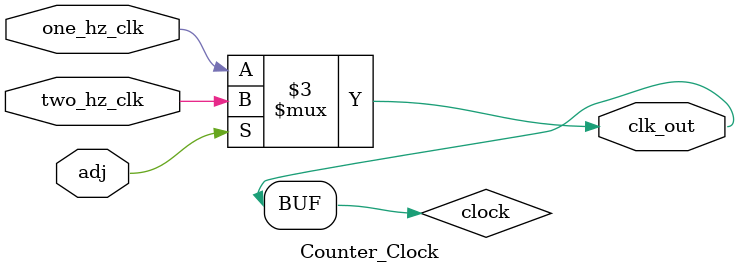
<source format=v>
`timescale 1ns / 1ps
module Counter_Clock(
    input one_hz_clk,
    input two_hz_clk,
    input adj,
    output clk_out
    );
	 
reg clock;

assign clk_out = clock;

always @ *
begin
	if (adj)
	begin
		clock = two_hz_clk;
	end
	
	else
	begin
		clock = one_hz_clk;
	end
end

endmodule

</source>
